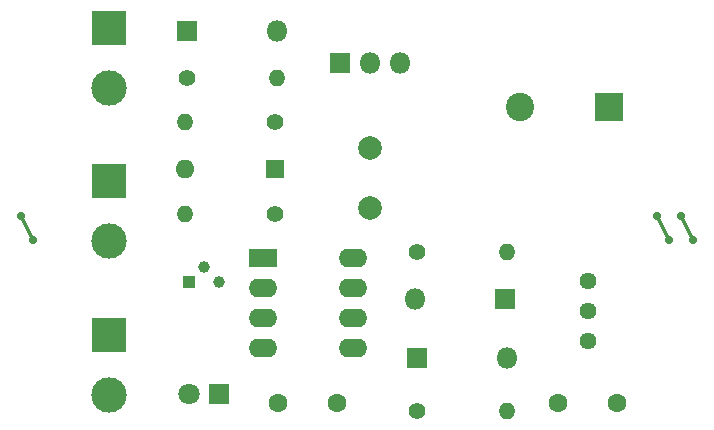
<source format=gbr>
%TF.GenerationSoftware,KiCad,Pcbnew,no-vcs-found-e2d3fce~60~ubuntu14.04.1*%
%TF.CreationDate,2017-09-21T01:46:33-03:00*%
%TF.ProjectId,RFIDZapper,524649445A61707065722E6B69636164,rev?*%
%TF.SameCoordinates,Original*%
%TF.FileFunction,Copper,L1,Top,Signal*%
%TF.FilePolarity,Positive*%
%FSLAX46Y46*%
G04 Gerber Fmt 4.6, Leading zero omitted, Abs format (unit mm)*
G04 Created by KiCad (PCBNEW no-vcs-found-e2d3fce~60~ubuntu14.04.1) date Thu Sep 21 01:46:33 2017*
%MOMM*%
%LPD*%
G01*
G04 APERTURE LIST*
%TA.AperFunction,EtchedComponent*%
%ADD10C,0.360000*%
%TD*%
%TA.AperFunction,ComponentPad*%
%ADD11C,0.700000*%
%TD*%
%TA.AperFunction,ComponentPad*%
%ADD12R,1.800000X1.800000*%
%TD*%
%TA.AperFunction,ComponentPad*%
%ADD13O,1.800000X1.800000*%
%TD*%
%TA.AperFunction,ComponentPad*%
%ADD14R,1.000000X1.000000*%
%TD*%
%TA.AperFunction,ComponentPad*%
%ADD15C,1.000000*%
%TD*%
%TA.AperFunction,ComponentPad*%
%ADD16O,1.400000X1.400000*%
%TD*%
%TA.AperFunction,ComponentPad*%
%ADD17C,1.400000*%
%TD*%
%TA.AperFunction,ComponentPad*%
%ADD18C,3.000000*%
%TD*%
%TA.AperFunction,ComponentPad*%
%ADD19R,3.000000X3.000000*%
%TD*%
%TA.AperFunction,ComponentPad*%
%ADD20C,1.600000*%
%TD*%
%TA.AperFunction,ComponentPad*%
%ADD21C,2.400000*%
%TD*%
%TA.AperFunction,ComponentPad*%
%ADD22R,2.400000X2.400000*%
%TD*%
%TA.AperFunction,ComponentPad*%
%ADD23C,1.800000*%
%TD*%
%TA.AperFunction,ComponentPad*%
%ADD24C,1.998980*%
%TD*%
%TA.AperFunction,ComponentPad*%
%ADD25C,1.440000*%
%TD*%
%TA.AperFunction,ComponentPad*%
%ADD26O,2.400000X1.600000*%
%TD*%
%TA.AperFunction,ComponentPad*%
%ADD27R,2.400000X1.600000*%
%TD*%
%TA.AperFunction,ComponentPad*%
%ADD28O,1.600000X1.600000*%
%TD*%
%TA.AperFunction,ComponentPad*%
%ADD29R,1.600000X1.600000*%
%TD*%
G04 APERTURE END LIST*
D10*
%TO.C,AE1*%
X107914000Y-103786000D02*
X108934000Y-105826000D01*
X161734000Y-103786000D02*
X162754000Y-105826000D01*
X163774000Y-103786000D02*
X164794000Y-105826000D01*
%TD*%
D11*
%TO.P,AE1,*%
%TO.N,*%
X164794000Y-105826000D03*
X163774000Y-103786000D03*
X162754000Y-105826000D03*
X161734000Y-103786000D03*
X108934000Y-105826000D03*
X107914000Y-103786000D03*
%TD*%
D12*
%TO.P,D3,1*%
%TO.N,Net-(C3-Pad1)*%
X121944000Y-88056000D03*
D13*
%TO.P,D3,2*%
%TO.N,Net-(D3-Pad2)*%
X129564000Y-88056000D03*
%TD*%
D14*
%TO.P,Q1,1*%
%TO.N,RST*%
X122144000Y-109306000D03*
D15*
%TO.P,Q1,3*%
%TO.N,GNDPWR*%
X124684000Y-109306000D03*
%TO.P,Q1,2*%
%TO.N,Net-(DZ1-Pad2)*%
X123414000Y-108036000D03*
%TD*%
D16*
%TO.P,R8,2*%
%TO.N,Net-(DZ1-Pad1)*%
X129564000Y-92056000D03*
D17*
%TO.P,R8,1*%
%TO.N,Net-(C3-Pad1)*%
X121944000Y-92056000D03*
%TD*%
D16*
%TO.P,R3,2*%
%TO.N,Net-(R2-Pad1)*%
X149014000Y-120306000D03*
D17*
%TO.P,R3,1*%
%TO.N,Net-(D2-Pad2)*%
X141394000Y-120306000D03*
%TD*%
D13*
%TO.P,Q2,3*%
%TO.N,GNDPWR*%
X139974000Y-90806000D03*
%TO.P,Q2,2*%
%TO.N,Net-(D3-Pad2)*%
X137434000Y-90806000D03*
D12*
%TO.P,Q2,1*%
%TO.N,OUT*%
X134894000Y-90806000D03*
%TD*%
D18*
%TO.P,BT1,2*%
%TO.N,GNDPWR*%
X115394000Y-118886000D03*
D19*
%TO.P,BT1,1*%
%TO.N,/VCC*%
X115394000Y-113806000D03*
%TD*%
D20*
%TO.P,C1,2*%
%TO.N,/THR*%
X153394000Y-119556000D03*
%TO.P,C1,1*%
%TO.N,GNDPWR*%
X158394000Y-119556000D03*
%TD*%
%TO.P,C2,1*%
%TO.N,/CV*%
X134644000Y-119556000D03*
%TO.P,C2,2*%
%TO.N,GNDPWR*%
X129644000Y-119556000D03*
%TD*%
D21*
%TO.P,C3,2*%
%TO.N,GNDPWR*%
X150144000Y-94556000D03*
D22*
%TO.P,C3,1*%
%TO.N,Net-(C3-Pad1)*%
X157644000Y-94556000D03*
%TD*%
D23*
%TO.P,DL1,2*%
%TO.N,Net-(DL1-Pad2)*%
X122104000Y-118806000D03*
D12*
%TO.P,DL1,1*%
%TO.N,RST*%
X124644000Y-118806000D03*
%TD*%
D24*
%TO.P,L1,2*%
%TO.N,Net-(D3-Pad2)*%
X137474000Y-97976000D03*
%TO.P,L1,1*%
%TO.N,/VDD*%
X137474000Y-103056000D03*
%TD*%
D16*
%TO.P,R1,2*%
%TO.N,Net-(R1-Pad2)*%
X149014000Y-106806000D03*
D17*
%TO.P,R1,1*%
%TO.N,Net-(D1-Pad1)*%
X141394000Y-106806000D03*
%TD*%
D25*
%TO.P,R2,3*%
%TO.N,Net-(R1-Pad2)*%
X155894000Y-109226000D03*
%TO.P,R2,2*%
%TO.N,/THR*%
X155894000Y-111766000D03*
%TO.P,R2,1*%
%TO.N,Net-(R2-Pad1)*%
X155894000Y-114306000D03*
%TD*%
D17*
%TO.P,R6,1*%
%TO.N,/VDD*%
X129394000Y-103556000D03*
D16*
%TO.P,R6,2*%
%TO.N,Net-(DL1-Pad2)*%
X121774000Y-103556000D03*
%TD*%
%TO.P,R9,2*%
%TO.N,GNDPWR*%
X121774000Y-95806000D03*
D17*
%TO.P,R9,1*%
%TO.N,Net-(DZ1-Pad1)*%
X129394000Y-95806000D03*
%TD*%
D19*
%TO.P,SW_SPST1,1*%
%TO.N,/VDD*%
X115394000Y-100806000D03*
D18*
%TO.P,SW_SPST1,2*%
%TO.N,/VCC*%
X115394000Y-105886000D03*
%TD*%
%TO.P,SW_SPST3,2*%
%TO.N,Net-(AE1-Pad1)*%
X115394000Y-92886000D03*
D19*
%TO.P,SW_SPST3,1*%
%TO.N,Net-(C3-Pad1)*%
X115394000Y-87806000D03*
%TD*%
D26*
%TO.P,U1,8*%
%TO.N,/VDD*%
X136014000Y-107306000D03*
%TO.P,U1,4*%
%TO.N,RST*%
X128394000Y-114926000D03*
%TO.P,U1,7*%
%TO.N,/DIS*%
X136014000Y-109846000D03*
%TO.P,U1,3*%
%TO.N,OUT*%
X128394000Y-112386000D03*
%TO.P,U1,6*%
%TO.N,/THR*%
X136014000Y-112386000D03*
%TO.P,U1,2*%
X128394000Y-109846000D03*
%TO.P,U1,5*%
%TO.N,/CV*%
X136014000Y-114926000D03*
D27*
%TO.P,U1,1*%
%TO.N,GNDPWR*%
X128394000Y-107306000D03*
%TD*%
D13*
%TO.P,D1,2*%
%TO.N,/DIS*%
X141274000Y-110806000D03*
D12*
%TO.P,D1,1*%
%TO.N,Net-(D1-Pad1)*%
X148894000Y-110806000D03*
%TD*%
D13*
%TO.P,D2,2*%
%TO.N,Net-(D2-Pad2)*%
X149014000Y-115806000D03*
D12*
%TO.P,D2,1*%
%TO.N,/DIS*%
X141394000Y-115806000D03*
%TD*%
D28*
%TO.P,DZ1,2*%
%TO.N,Net-(DZ1-Pad2)*%
X121774000Y-99806000D03*
D29*
%TO.P,DZ1,1*%
%TO.N,Net-(DZ1-Pad1)*%
X129394000Y-99806000D03*
%TD*%
M02*

</source>
